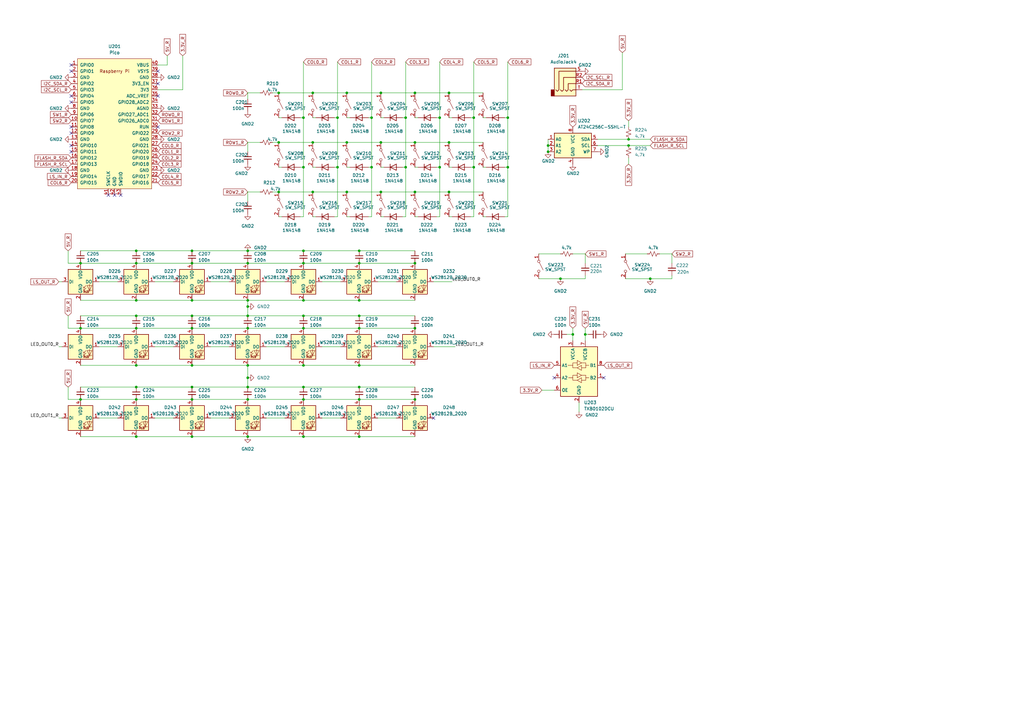
<source format=kicad_sch>
(kicad_sch (version 20230121) (generator eeschema)
  (paper "A3")
  (junction (at 124.46 163.83))
  (junction (at 55.88 134.62))
  (junction (at 138.43 68.58))
  (junction (at 234.95 137.16))
  (junction (at 101.6 129.54))
  (junction (at 180.34 48.26))
  (junction (at 147.32 134.62))
  (junction (at 101.6 107.95))
  (junction (at 138.43 48.26))
  (junction (at 170.18 134.62))
  (junction (at 78.74 123.19))
  (junction (at 124.46 123.19))
  (junction (at 124.46 107.95))
  (junction (at 194.31 68.58))
  (junction (at 114.3 38.1))
  (junction (at 101.6 102.87))
  (junction (at 166.37 68.58))
  (junction (at 101.6 154.94))
  (junction (at 147.32 123.19))
  (junction (at 170.18 107.95))
  (junction (at 124.46 48.26))
  (junction (at 78.74 149.86))
  (junction (at 55.88 129.54))
  (junction (at 124.46 134.62))
  (junction (at 128.27 78.74))
  (junction (at 229.87 114.3))
  (junction (at 114.3 58.42))
  (junction (at 124.46 149.86))
  (junction (at 124.46 179.07))
  (junction (at 166.37 48.26))
  (junction (at 78.74 107.95))
  (junction (at 156.21 58.42))
  (junction (at 78.74 102.87))
  (junction (at 124.46 102.87))
  (junction (at 257.81 57.15))
  (junction (at 101.6 125.73))
  (junction (at 78.74 179.07))
  (junction (at 78.74 129.54))
  (junction (at 55.88 158.75))
  (junction (at 33.02 107.95))
  (junction (at 147.32 102.87))
  (junction (at 224.79 62.23))
  (junction (at 142.24 58.42))
  (junction (at 170.18 58.42))
  (junction (at 101.6 163.83))
  (junction (at 55.88 163.83))
  (junction (at 55.88 149.86))
  (junction (at 78.74 163.83))
  (junction (at 257.81 59.69))
  (junction (at 147.32 129.54))
  (junction (at 170.18 38.1))
  (junction (at 208.28 68.58))
  (junction (at 240.03 137.16))
  (junction (at 170.18 163.83))
  (junction (at 156.21 78.74))
  (junction (at 55.88 179.07))
  (junction (at 55.88 123.19))
  (junction (at 33.02 163.83))
  (junction (at 124.46 158.75))
  (junction (at 124.46 129.54))
  (junction (at 147.32 107.95))
  (junction (at 55.88 102.87))
  (junction (at 224.79 59.69))
  (junction (at 152.4 68.58))
  (junction (at 101.6 149.86))
  (junction (at 55.88 107.95))
  (junction (at 147.32 158.75))
  (junction (at 128.27 58.42))
  (junction (at 142.24 38.1))
  (junction (at 101.6 179.07))
  (junction (at 147.32 149.86))
  (junction (at 152.4 48.26))
  (junction (at 170.18 78.74))
  (junction (at 101.6 134.62))
  (junction (at 194.31 48.26))
  (junction (at 147.32 163.83))
  (junction (at 266.7 114.3))
  (junction (at 124.46 68.58))
  (junction (at 142.24 78.74))
  (junction (at 114.3 78.74))
  (junction (at 184.15 78.74))
  (junction (at 128.27 38.1))
  (junction (at 78.74 158.75))
  (junction (at 180.34 68.58))
  (junction (at 101.6 158.75))
  (junction (at 101.6 123.19))
  (junction (at 184.15 38.1))
  (junction (at 147.32 179.07))
  (junction (at 33.02 134.62))
  (junction (at 78.74 134.62))
  (junction (at 184.15 58.42))
  (junction (at 208.28 48.26))
  (junction (at 156.21 38.1))
  (no_connect (at 29.21 39.37))
  (no_connect (at 29.21 62.23))
  (no_connect (at 29.21 59.69))
  (no_connect (at 49.53 80.01))
  (no_connect (at 44.45 80.01))
  (no_connect (at 29.21 41.91))
  (no_connect (at 29.21 52.07))
  (no_connect (at 64.77 34.29))
  (no_connect (at 177.8 171.45))
  (no_connect (at 247.65 154.94))
  (no_connect (at 64.77 39.37))
  (no_connect (at 64.77 29.21))
  (no_connect (at 227.33 154.94))
  (no_connect (at 29.21 29.21))
  (no_connect (at 46.99 80.01))
  (no_connect (at 29.21 54.61))
  (no_connect (at 64.77 52.07))
  (no_connect (at 29.21 26.67))
  (wire (pts (xy 240.03 113.03) (xy 240.03 114.3)))
  (wire (pts (xy 33.02 107.95) (xy 27.94 107.95)))
  (wire (pts (xy 166.37 48.26) (xy 166.37 68.58)))
  (wire (pts (xy 256.54 114.3) (xy 266.7 114.3)))
  (wire (pts (xy 128.27 48.26) (xy 129.54 48.26)))
  (wire (pts (xy 184.15 68.58) (xy 185.42 68.58)))
  (wire (pts (xy 147.32 107.95) (xy 170.18 107.95)))
  (wire (pts (xy 24.13 142.24) (xy 25.4 142.24)))
  (wire (pts (xy 165.1 68.58) (xy 166.37 68.58)))
  (wire (pts (xy 78.74 134.62) (xy 101.6 134.62)))
  (wire (pts (xy 156.21 38.1) (xy 170.18 38.1)))
  (wire (pts (xy 101.6 179.07) (xy 124.46 179.07)))
  (wire (pts (xy 78.74 102.87) (xy 101.6 102.87)))
  (wire (pts (xy 101.6 38.1) (xy 106.68 38.1)))
  (wire (pts (xy 124.46 163.83) (xy 147.32 163.83)))
  (wire (pts (xy 166.37 25.4) (xy 166.37 48.26)))
  (wire (pts (xy 165.1 48.26) (xy 166.37 48.26)))
  (wire (pts (xy 179.07 48.26) (xy 180.34 48.26)))
  (wire (pts (xy 142.24 38.1) (xy 156.21 38.1)))
  (wire (pts (xy 55.88 163.83) (xy 78.74 163.83)))
  (wire (pts (xy 86.36 142.24) (xy 93.98 142.24)))
  (wire (pts (xy 27.94 102.87) (xy 27.94 107.95)))
  (wire (pts (xy 194.31 68.58) (xy 194.31 88.9)))
  (wire (pts (xy 138.43 25.4) (xy 138.43 48.26)))
  (wire (pts (xy 101.6 123.19) (xy 124.46 123.19)))
  (wire (pts (xy 198.12 68.58) (xy 199.39 68.58)))
  (wire (pts (xy 33.02 163.83) (xy 27.94 163.83)))
  (wire (pts (xy 128.27 58.42) (xy 142.24 58.42)))
  (wire (pts (xy 111.76 38.1) (xy 114.3 38.1)))
  (wire (pts (xy 63.5 115.57) (xy 71.12 115.57)))
  (wire (pts (xy 74.93 22.86) (xy 74.93 36.83)))
  (wire (pts (xy 220.98 114.3) (xy 229.87 114.3)))
  (wire (pts (xy 33.02 102.87) (xy 55.88 102.87)))
  (wire (pts (xy 198.12 48.26) (xy 199.39 48.26)))
  (wire (pts (xy 240.03 104.14) (xy 240.03 107.95)))
  (wire (pts (xy 55.88 158.75) (xy 78.74 158.75)))
  (wire (pts (xy 124.46 129.54) (xy 147.32 129.54)))
  (wire (pts (xy 224.79 59.69) (xy 224.79 62.23)))
  (wire (pts (xy 245.11 57.15) (xy 257.81 57.15)))
  (wire (pts (xy 138.43 48.26) (xy 138.43 68.58)))
  (wire (pts (xy 184.15 78.74) (xy 198.12 78.74)))
  (wire (pts (xy 63.5 171.45) (xy 71.12 171.45)))
  (wire (pts (xy 232.41 137.16) (xy 234.95 137.16)))
  (wire (pts (xy 33.02 129.54) (xy 55.88 129.54)))
  (wire (pts (xy 132.08 115.57) (xy 139.7 115.57)))
  (wire (pts (xy 142.24 48.26) (xy 143.51 48.26)))
  (wire (pts (xy 33.02 134.62) (xy 27.94 134.62)))
  (wire (pts (xy 40.64 142.24) (xy 48.26 142.24)))
  (wire (pts (xy 101.6 38.1) (xy 101.6 40.64)))
  (wire (pts (xy 257.81 59.69) (xy 266.7 59.69)))
  (wire (pts (xy 55.88 179.07) (xy 78.74 179.07)))
  (wire (pts (xy 266.7 114.3) (xy 275.59 114.3)))
  (wire (pts (xy 78.74 158.75) (xy 101.6 158.75)))
  (wire (pts (xy 170.18 68.58) (xy 171.45 68.58)))
  (wire (pts (xy 184.15 38.1) (xy 198.12 38.1)))
  (wire (pts (xy 114.3 38.1) (xy 128.27 38.1)))
  (wire (pts (xy 156.21 68.58) (xy 157.48 68.58)))
  (wire (pts (xy 27.94 158.75) (xy 27.94 163.83)))
  (wire (pts (xy 193.04 48.26) (xy 194.31 48.26)))
  (wire (pts (xy 124.46 134.62) (xy 147.32 134.62)))
  (wire (pts (xy 128.27 88.9) (xy 129.54 88.9)))
  (wire (pts (xy 208.28 25.4) (xy 208.28 48.26)))
  (wire (pts (xy 257.81 57.15) (xy 266.7 57.15)))
  (wire (pts (xy 234.95 134.62) (xy 234.95 137.16)))
  (wire (pts (xy 240.03 134.62) (xy 240.03 137.16)))
  (wire (pts (xy 170.18 58.42) (xy 184.15 58.42)))
  (wire (pts (xy 124.46 88.9) (xy 123.19 88.9)))
  (wire (pts (xy 193.04 68.58) (xy 194.31 68.58)))
  (wire (pts (xy 101.6 102.87) (xy 124.46 102.87)))
  (wire (pts (xy 142.24 88.9) (xy 143.51 88.9)))
  (wire (pts (xy 193.04 88.9) (xy 194.31 88.9)))
  (wire (pts (xy 156.21 58.42) (xy 170.18 58.42)))
  (wire (pts (xy 180.34 68.58) (xy 180.34 88.9)))
  (wire (pts (xy 124.46 68.58) (xy 124.46 88.9)))
  (wire (pts (xy 86.36 171.45) (xy 93.98 171.45)))
  (wire (pts (xy 180.34 48.26) (xy 180.34 68.58)))
  (wire (pts (xy 147.32 163.83) (xy 170.18 163.83)))
  (wire (pts (xy 78.74 107.95) (xy 101.6 107.95)))
  (wire (pts (xy 255.27 21.59) (xy 255.27 36.83)))
  (wire (pts (xy 124.46 158.75) (xy 147.32 158.75)))
  (wire (pts (xy 147.32 158.75) (xy 170.18 158.75)))
  (wire (pts (xy 147.32 149.86) (xy 170.18 149.86)))
  (wire (pts (xy 166.37 68.58) (xy 166.37 88.9)))
  (wire (pts (xy 234.95 137.16) (xy 234.95 139.7)))
  (wire (pts (xy 64.77 36.83) (xy 74.93 36.83)))
  (wire (pts (xy 132.08 171.45) (xy 139.7 171.45)))
  (wire (pts (xy 123.19 68.58) (xy 124.46 68.58)))
  (wire (pts (xy 124.46 149.86) (xy 147.32 149.86)))
  (wire (pts (xy 170.18 48.26) (xy 171.45 48.26)))
  (wire (pts (xy 101.6 149.86) (xy 124.46 149.86)))
  (wire (pts (xy 124.46 48.26) (xy 124.46 68.58)))
  (wire (pts (xy 240.03 137.16) (xy 240.03 139.7)))
  (wire (pts (xy 170.18 78.74) (xy 184.15 78.74)))
  (wire (pts (xy 33.02 107.95) (xy 55.88 107.95)))
  (wire (pts (xy 137.16 48.26) (xy 138.43 48.26)))
  (wire (pts (xy 24.13 171.45) (xy 25.4 171.45)))
  (wire (pts (xy 257.81 67.31) (xy 257.81 64.77)))
  (wire (pts (xy 101.6 163.83) (xy 124.46 163.83)))
  (wire (pts (xy 101.6 158.75) (xy 124.46 158.75)))
  (wire (pts (xy 207.01 88.9) (xy 208.28 88.9)))
  (wire (pts (xy 152.4 68.58) (xy 152.4 88.9)))
  (wire (pts (xy 184.15 58.42) (xy 198.12 58.42)))
  (wire (pts (xy 142.24 58.42) (xy 156.21 58.42)))
  (wire (pts (xy 124.46 102.87) (xy 147.32 102.87)))
  (wire (pts (xy 156.21 78.74) (xy 170.18 78.74)))
  (wire (pts (xy 55.88 149.86) (xy 78.74 149.86)))
  (wire (pts (xy 170.18 38.1) (xy 184.15 38.1)))
  (wire (pts (xy 184.15 48.26) (xy 185.42 48.26)))
  (wire (pts (xy 275.59 104.14) (xy 275.59 107.95)))
  (wire (pts (xy 128.27 78.74) (xy 142.24 78.74)))
  (wire (pts (xy 109.22 115.57) (xy 116.84 115.57)))
  (wire (pts (xy 194.31 25.4) (xy 194.31 48.26)))
  (wire (pts (xy 124.46 123.19) (xy 147.32 123.19)))
  (wire (pts (xy 245.11 59.69) (xy 257.81 59.69)))
  (wire (pts (xy 101.6 58.42) (xy 106.68 58.42)))
  (wire (pts (xy 55.88 123.19) (xy 78.74 123.19)))
  (wire (pts (xy 40.64 171.45) (xy 48.26 171.45)))
  (wire (pts (xy 137.16 88.9) (xy 138.43 88.9)))
  (wire (pts (xy 109.22 171.45) (xy 116.84 171.45)))
  (wire (pts (xy 229.87 114.3) (xy 240.03 114.3)))
  (wire (pts (xy 179.07 88.9) (xy 180.34 88.9)))
  (wire (pts (xy 68.58 26.67) (xy 68.58 22.86)))
  (wire (pts (xy 177.8 115.57) (xy 185.42 115.57)))
  (wire (pts (xy 147.32 123.19) (xy 170.18 123.19)))
  (wire (pts (xy 27.94 129.54) (xy 27.94 134.62)))
  (wire (pts (xy 109.22 142.24) (xy 116.84 142.24)))
  (wire (pts (xy 33.02 163.83) (xy 55.88 163.83)))
  (wire (pts (xy 33.02 158.75) (xy 55.88 158.75)))
  (wire (pts (xy 142.24 68.58) (xy 143.51 68.58)))
  (wire (pts (xy 111.76 58.42) (xy 114.3 58.42)))
  (wire (pts (xy 147.32 134.62) (xy 170.18 134.62)))
  (wire (pts (xy 207.01 68.58) (xy 208.28 68.58)))
  (wire (pts (xy 63.5 142.24) (xy 71.12 142.24)))
  (wire (pts (xy 101.6 78.74) (xy 106.68 78.74)))
  (wire (pts (xy 33.02 123.19) (xy 55.88 123.19)))
  (wire (pts (xy 33.02 179.07) (xy 55.88 179.07)))
  (wire (pts (xy 180.34 25.4) (xy 180.34 48.26)))
  (wire (pts (xy 275.59 113.03) (xy 275.59 114.3)))
  (wire (pts (xy 101.6 154.94) (xy 101.6 158.75)))
  (wire (pts (xy 101.6 125.73) (xy 101.6 129.54)))
  (wire (pts (xy 101.6 78.74) (xy 101.6 82.55)))
  (wire (pts (xy 55.88 129.54) (xy 78.74 129.54)))
  (wire (pts (xy 101.6 134.62) (xy 124.46 134.62)))
  (wire (pts (xy 124.46 25.4) (xy 124.46 48.26)))
  (wire (pts (xy 124.46 179.07) (xy 147.32 179.07)))
  (wire (pts (xy 24.13 115.57) (xy 25.4 115.57)))
  (wire (pts (xy 78.74 123.19) (xy 101.6 123.19)))
  (wire (pts (xy 238.76 36.83) (xy 255.27 36.83)))
  (wire (pts (xy 114.3 48.26) (xy 115.57 48.26)))
  (wire (pts (xy 151.13 88.9) (xy 152.4 88.9)))
  (wire (pts (xy 114.3 58.42) (xy 128.27 58.42)))
  (wire (pts (xy 138.43 88.9) (xy 138.43 68.58)))
  (wire (pts (xy 170.18 88.9) (xy 171.45 88.9)))
  (wire (pts (xy 111.76 78.74) (xy 114.3 78.74)))
  (wire (pts (xy 257.81 49.53) (xy 257.81 52.07)))
  (wire (pts (xy 184.15 88.9) (xy 185.42 88.9)))
  (wire (pts (xy 55.88 107.95) (xy 78.74 107.95)))
  (wire (pts (xy 142.24 78.74) (xy 156.21 78.74)))
  (wire (pts (xy 270.51 104.14) (xy 275.59 104.14)))
  (wire (pts (xy 101.6 107.95) (xy 124.46 107.95)))
  (wire (pts (xy 64.77 26.67) (xy 68.58 26.67)))
  (wire (pts (xy 147.32 129.54) (xy 170.18 129.54)))
  (wire (pts (xy 198.12 88.9) (xy 199.39 88.9)))
  (wire (pts (xy 220.98 104.14) (xy 229.87 104.14)))
  (wire (pts (xy 78.74 129.54) (xy 101.6 129.54)))
  (wire (pts (xy 156.21 88.9) (xy 157.48 88.9)))
  (wire (pts (xy 33.02 134.62) (xy 55.88 134.62)))
  (wire (pts (xy 55.88 102.87) (xy 78.74 102.87)))
  (wire (pts (xy 101.6 149.86) (xy 101.6 154.94)))
  (wire (pts (xy 207.01 48.26) (xy 208.28 48.26)))
  (wire (pts (xy 132.08 142.24) (xy 139.7 142.24)))
  (wire (pts (xy 124.46 107.95) (xy 147.32 107.95)))
  (wire (pts (xy 154.94 142.24) (xy 162.56 142.24)))
  (wire (pts (xy 237.49 165.1) (xy 237.49 168.91)))
  (wire (pts (xy 128.27 68.58) (xy 129.54 68.58)))
  (wire (pts (xy 123.19 48.26) (xy 124.46 48.26)))
  (wire (pts (xy 194.31 48.26) (xy 194.31 68.58)))
  (wire (pts (xy 179.07 68.58) (xy 180.34 68.58)))
  (wire (pts (xy 152.4 48.26) (xy 152.4 68.58)))
  (wire (pts (xy 114.3 88.9) (xy 115.57 88.9)))
  (wire (pts (xy 240.03 137.16) (xy 241.3 137.16)))
  (wire (pts (xy 114.3 68.58) (xy 115.57 68.58)))
  (wire (pts (xy 151.13 68.58) (xy 152.4 68.58)))
  (wire (pts (xy 234.95 104.14) (xy 240.03 104.14)))
  (wire (pts (xy 208.28 68.58) (xy 208.28 88.9)))
  (wire (pts (xy 78.74 179.07) (xy 101.6 179.07)))
  (wire (pts (xy 154.94 115.57) (xy 162.56 115.57)))
  (wire (pts (xy 101.6 58.42) (xy 101.6 62.23)))
  (wire (pts (xy 177.8 142.24) (xy 186.69 142.24)))
  (wire (pts (xy 114.3 78.74) (xy 128.27 78.74)))
  (wire (pts (xy 40.64 115.57) (xy 48.26 115.57)))
  (wire (pts (xy 86.36 115.57) (xy 93.98 115.57)))
  (wire (pts (xy 101.6 123.19) (xy 101.6 125.73)))
  (wire (pts (xy 154.94 171.45) (xy 162.56 171.45)))
  (wire (pts (xy 224.79 57.15) (xy 224.79 59.69)))
  (wire (pts (xy 101.6 129.54) (xy 124.46 129.54)))
  (wire (pts (xy 33.02 149.86) (xy 55.88 149.86)))
  (wire (pts (xy 55.88 134.62) (xy 78.74 134.62)))
  (wire (pts (xy 208.28 48.26) (xy 208.28 68.58)))
  (wire (pts (xy 147.32 179.07) (xy 170.18 179.07)))
  (wire (pts (xy 78.74 149.86) (xy 101.6 149.86)))
  (wire (pts (xy 152.4 25.4) (xy 152.4 48.26)))
  (wire (pts (xy 222.25 160.02) (xy 227.33 160.02)))
  (wire (pts (xy 128.27 38.1) (xy 142.24 38.1)))
  (wire (pts (xy 165.1 88.9) (xy 166.37 88.9)))
  (wire (pts (xy 147.32 102.87) (xy 170.18 102.87)))
  (wire (pts (xy 256.54 104.14) (xy 265.43 104.14)))
  (wire (pts (xy 78.74 163.83) (xy 101.6 163.83)))
  (wire (pts (xy 138.43 68.58) (xy 137.16 68.58)))
  (wire (pts (xy 156.21 48.26) (xy 157.48 48.26)))
  (wire (pts (xy 151.13 48.26) (xy 152.4 48.26)))
  (label "LED_OUT1_R" (at 186.69 142.24 0))
  (label "LED_OUT0_R" (at 185.42 115.57 0))
  (label "LED_OUT0_R" (at 24.13 142.24 180))
  (label "LED_OUT1_R" (at 24.13 171.45 180))
  (global_label "COL3_R" (shape input) (at 166.37 25.4 0) (property "Intersheetrefs" "${INTERSHEET_REFS}" (effects hide)))
  (global_label "3.3V_R" (shape input) (at 222.25 160.02 180) (property "Intersheetrefs" "${INTERSHEET_REFS}" (effects hide)))
  (global_label "COL0_R" (shape input) (at 124.46 25.4 0) (property "Intersheetrefs" "${INTERSHEET_REFS}" (effects hide)))
  (global_label "3.3V_R" (shape input) (at 74.93 22.86 90) (property "Intersheetrefs" "${INTERSHEET_REFS}" (effects hide)))
  (global_label "I2C_SCL_R" (shape input) (at 238.76 31.75 0) (property "Intersheetrefs" "${INTERSHEET_REFS}" (effects hide)))
  (global_label "FLASH_R_SDA" (shape input) (at 29.21 64.77 180) (property "Intersheetrefs" "${INTERSHEET_REFS}" (effects hide)))
  (global_label "ROW0_R" (shape input) (at 101.6 38.1 180) (property "Intersheetrefs" "${INTERSHEET_REFS}" (effects hide)))
  (global_label "SW2_R" (shape input) (at 29.21 49.53 180) (property "Intersheetrefs" "${INTERSHEET_REFS}" (effects hide)))
  (global_label "LS_OUT_R" (shape input) (at 24.13 115.57 180) (property "Intersheetrefs" "${INTERSHEET_REFS}" (effects hide)))
  (global_label "I2C_SDA_R" (shape input) (at 29.21 34.29 180) (property "Intersheetrefs" "${INTERSHEET_REFS}" (effects hide)))
  (global_label "I2C_SDA_R" (shape input) (at 238.76 34.29 0) (property "Intersheetrefs" "${INTERSHEET_REFS}" (effects hide)))
  (global_label "LS_IN_R" (shape input) (at 29.21 72.39 180) (property "Intersheetrefs" "${INTERSHEET_REFS}" (effects hide)))
  (global_label "COL6_R" (shape input) (at 29.21 74.93 180) (property "Intersheetrefs" "${INTERSHEET_REFS}" (effects hide)))
  (global_label "3.3V_R" (shape input) (at 257.81 67.31 270) (property "Intersheetrefs" "${INTERSHEET_REFS}" (effects hide)))
  (global_label "COL5_R" (shape input) (at 194.31 25.4 0) (property "Intersheetrefs" "${INTERSHEET_REFS}" (effects hide)))
  (global_label "COL0_R" (shape input) (at 64.77 59.69 0) (property "Intersheetrefs" "${INTERSHEET_REFS}" (effects hide)))
  (global_label "COL5_R" (shape input) (at 64.77 74.93 0) (property "Intersheetrefs" "${INTERSHEET_REFS}" (effects hide)))
  (global_label "FLASH_R_SCL" (shape input) (at 29.21 67.31 180) (property "Intersheetrefs" "${INTERSHEET_REFS}" (effects hide)))
  (global_label "COL4_R" (shape input) (at 180.34 25.4 0) (property "Intersheetrefs" "${INTERSHEET_REFS}" (effects hide)))
  (global_label "3.3V_R" (shape input) (at 234.95 134.62 90) (property "Intersheetrefs" "${INTERSHEET_REFS}" (effects hide)))
  (global_label "LS_IN_R" (shape input) (at 227.33 149.86 180) (property "Intersheetrefs" "${INTERSHEET_REFS}" (effects hide)))
  (global_label "5V_R" (shape input) (at 27.94 158.75 90) (property "Intersheetrefs" "${INTERSHEET_REFS}" (effects hide)))
  (global_label "5V_R" (shape input) (at 255.27 21.59 90) (property "Intersheetrefs" "${INTERSHEET_REFS}" (effects hide)))
  (global_label "ROW1_R" (shape input) (at 101.6 58.42 180) (property "Intersheetrefs" "${INTERSHEET_REFS}" (effects hide)))
  (global_label "5V_R" (shape input) (at 27.94 129.54 90) (property "Intersheetrefs" "${INTERSHEET_REFS}" (effects hide)))
  (global_label "COL1_R" (shape input) (at 138.43 25.4 0) (property "Intersheetrefs" "${INTERSHEET_REFS}" (effects hide)))
  (global_label "FLASH_R_SDA" (shape input) (at 266.7 57.15 0) (property "Intersheetrefs" "${INTERSHEET_REFS}" (effects hide)))
  (global_label "3.3V_R" (shape input) (at 257.81 49.53 90) (property "Intersheetrefs" "${INTERSHEET_REFS}" (effects hide)))
  (global_label "ROW1_R" (shape input) (at 64.77 49.53 0) (property "Intersheetrefs" "${INTERSHEET_REFS}" (effects hide)))
  (global_label "3.3V_R" (shape input) (at 234.95 52.07 90) (property "Intersheetrefs" "${INTERSHEET_REFS}" (effects hide)))
  (global_label "COL3_R" (shape input) (at 64.77 67.31 0) (property "Intersheetrefs" "${INTERSHEET_REFS}" (effects hide)))
  (global_label "SW1_R" (shape input) (at 240.03 104.14 0) (property "Intersheetrefs" "${INTERSHEET_REFS}" (effects hide)))
  (global_label "COL6_R" (shape input) (at 208.28 25.4 0) (property "Intersheetrefs" "${INTERSHEET_REFS}" (effects hide)))
  (global_label "5V_R" (shape input) (at 68.58 22.86 90) (property "Intersheetrefs" "${INTERSHEET_REFS}" (effects hide)))
  (global_label "COL4_R" (shape input) (at 64.77 72.39 0) (property "Intersheetrefs" "${INTERSHEET_REFS}" (effects hide)))
  (global_label "ROW2_R" (shape input) (at 101.6 78.74 180) (property "Intersheetrefs" "${INTERSHEET_REFS}" (effects hide)))
  (global_label "ROW0_R" (shape input) (at 64.77 46.99 0) (property "Intersheetrefs" "${INTERSHEET_REFS}" (effects hide)))
  (global_label "FLASH_R_SCL" (shape input) (at 266.7 59.69 0) (property "Intersheetrefs" "${INTERSHEET_REFS}" (effects hide)))
  (global_label "LS_OUT_R" (shape input) (at 247.65 149.86 0) (property "Intersheetrefs" "${INTERSHEET_REFS}" (effects hide)))
  (global_label "5V_R" (shape input) (at 27.94 102.87 90) (property "Intersheetrefs" "${INTERSHEET_REFS}" (effects hide)))
  (global_label "5V_R" (shape input) (at 240.03 134.62 90) (property "Intersheetrefs" "${INTERSHEET_REFS}" (effects hide)))
  (global_label "SW2_R" (shape input) (at 275.59 104.14 0) (property "Intersheetrefs" "${INTERSHEET_REFS}" (effects hide)))
  (global_label "COL2_R" (shape input) (at 64.77 64.77 0) (property "Intersheetrefs" "${INTERSHEET_REFS}" (effects hide)))
  (global_label "COL2_R" (shape input) (at 152.4 25.4 0) (property "Intersheetrefs" "${INTERSHEET_REFS}" (effects hide)))
  (global_label "ROW2_R" (shape input) (at 64.77 54.61 0) (property "Intersheetrefs" "${INTERSHEET_REFS}" (effects hide)))
  (global_label "COL1_R" (shape input) (at 64.77 62.23 0) (property "Intersheetrefs" "${INTERSHEET_REFS}" (effects hide)))
  (global_label "I2C_SCL_R" (shape input) (at 29.21 36.83 180) (property "Intersheetrefs" "${INTERSHEET_REFS}" (effects hide)))
  (global_label "SW1_R" (shape input) (at 29.21 46.99 180) (property "Intersheetrefs" "${INTERSHEET_REFS}" (effects hide)))
  (symbol (lib_id "Device:R_Small_US") (at 109.22 58.42 270) (unit 1)
    (property "Reference" "R211" (effects hide))
    (property "Value" "4.7k" (at 111.76 57.15 90))
    (property "Footprint" "Resistor_SMD:R_0402_1005Metric" (effects hide))
    (property "JLCPCB Part #" "C25900" (effects hide))
    (property "LCSC Part #" "C25900" (effects hide))
    (property "LCSC Part" "C25900" (effects hide))
  )
  (symbol (lib_id "Pi_Pico:Pico") (at 46.99 50.8 0) (unit 1)
    (property "Reference" "U201" (at 46.99 19.05 0))
    (property "Value" "Pico" (at 46.99 21.59 0))
    (property "Footprint" "MCU_RaspberryPi_and_Boards:RPi_Pico_SMD_TH" (effects hide))
  )
  (symbol (lib_id "Device:C_Small") (at 78.74 132.08 0) (unit 1)
    (property "Reference" "C216" (at 81.28 130.8162 0) (effects (justify left)))
    (property "Value" "100n" (at 81.28 133.3562 0) (effects (justify left)))
    (property "Footprint" "Capacitor_SMD:C_0402_1005Metric" (effects hide))
    (property "JLCPCB Part #" "C1525" (effects hide))
    (property "LCSC Part #" "C1525" (effects hide))
    (property "LCSC Part" "C1525" (effects hide))
  )
  (symbol (lib_id "Device:C_Small") (at 33.02 161.29 0) (unit 1)
    (property "Reference" "C223" (at 35.56 160.0262 0) (effects (justify left)))
    (property "Value" "100n" (at 35.56 162.5662 0) (effects (justify left)))
    (property "Footprint" "Capacitor_SMD:C_0402_1005Metric" (effects hide))
    (property "JLCPCB Part #" "C1525" (effects hide))
    (property "LCSC Part #" "C1525" (effects hide))
    (property "LCSC Part" "C1525" (effects hide))
  )
  (symbol (lib_id "power:GND2") (at 234.95 67.31 0) (unit 1)
    (property "Reference" "#PWR0147" (effects hide))
    (property "Value" "GND2" (at 232.41 71.12 0) (effects (justify left)))
  )
  (symbol (lib_id "Diode:1N4148") (at 203.2 88.9 0) (unit 1)
    (property "Reference" "D224" (at 202.965 92.2062 0))
    (property "Value" "1N4148" (at 203.3873 94.4867 0))
    (property "Footprint" "Diode_SMD:D_SOD-323" (effects hide))
    (property "Datasheet" "https://assets.nexperia.com/documents/data-sheet/1N4148_1N4448.pdf" (effects hide))
    (property "JLCPCB Part #" "C2128" (effects hide))
    (property "LCSC Part #" "C2128" (effects hide))
    (property "LCSC Part" "C2128" (effects hide))
  )
  (symbol (lib_id "power:GND2") (at 29.21 31.75 270) (unit 1)
    (property "Reference" "#PWR0137" (effects hide))
    (property "Value" "GND2" (at 20.32 31.75 90) (effects (justify left)))
  )
  (symbol (lib_id "Device:C_Small") (at 101.6 64.77 0) (unit 1)
    (property "Reference" "C202" (at 96.52 63.5 0) (effects (justify left)))
    (property "Value" "100n" (at 95.25 66.04 0) (effects (justify left)))
    (property "Footprint" "Capacitor_SMD:C_0402_1005Metric" (effects hide))
    (property "JLCPCB Part #" "C1525" (effects hide))
    (property "LCSC Part #" "C1525" (effects hide))
    (property "LCSC Part" "C1525" (effects hide))
  )
  (symbol (lib_id "Device:R_Small_US") (at 232.41 104.14 270) (unit 1)
    (property "Reference" "R222" (effects hide))
    (property "Value" "4.7k" (at 232.41 101.6 90))
    (property "Footprint" "Resistor_SMD:R_0402_1005Metric" (effects hide))
    (property "JLCPCB Part #" "C25900" (effects hide))
    (property "LCSC Part #" "C25900" (effects hide))
    (property "LCSC Part" "C25900" (effects hide))
  )
  (symbol (lib_id "Switch:SW_SPST") (at 198.12 43.18 270) (unit 1)
    (property "Reference" "SW207" (at 201.7794 42.6133 90) (effects (justify left)))
    (property "Value" "SW_SPST" (at 200.66 44.4499 90) (effects (justify left)))
    (property "Footprint" "keyswitches:SW_PG1350" (effects hide))
  )
  (symbol (lib_id "Diode:1N4148") (at 189.23 88.9 0) (unit 1)
    (property "Reference" "D223" (at 188.995 92.2062 0))
    (property "Value" "1N4148" (at 189.4173 94.4867 0))
    (property "Footprint" "Diode_SMD:D_SOD-323" (effects hide))
    (property "Datasheet" "https://assets.nexperia.com/documents/data-sheet/1N4148_1N4448.pdf" (effects hide))
    (property "JLCPCB Part #" "C2128" (effects hide))
    (property "LCSC Part #" "C2128" (effects hide))
    (property "LCSC Part" "C2128" (effects hide))
  )
  (symbol (lib_name "WS2812B_2020_7") (lib_id "Custom:WS2812B_2020") (at 55.88 171.45 0) (unit 1)
    (property "Reference" "D243" (at 69.85 167.1193 0))
    (property "Value" "WS2812B_2020" (at 69.85 169.6593 0))
    (property "Footprint" "LED_SMD:LED_WS2812B-2020_PLCC4_2.0x2.0mm" (effects hide))
    (property "Datasheet" "https://cdn-shop.adafruit.com/datasheets/WS2812B.pdf" (effects hide))
    (property "JLCPCB Part #" "C965555" (effects hide))
    (property "LCSC Part" "C965555" (effects hide))
    (property "LCSC Part #" "C965555" (effects hide))
  )
  (symbol (lib_id "Diode:1N4148") (at 147.32 68.58 0) (unit 1)
    (property "Reference" "D212" (at 147.085 71.8862 0))
    (property "Value" "1N4148" (at 147.5073 74.1667 0))
    (property "Footprint" "Diode_SMD:D_SOD-323" (effects hide))
    (property "Datasheet" "https://assets.nexperia.com/documents/data-sheet/1N4148_1N4448.pdf" (effects hide))
    (property "JLCPCB Part #" "C2128" (effects hide))
    (property "LCSC Part #" "C2128" (effects hide))
    (property "LCSC Part" "C2128" (effects hide))
  )
  (symbol (lib_id "Device:C_Small") (at 275.59 110.49 180) (unit 1)
    (property "Reference" "C222" (at 282.4074 108.8903 0) (effects (justify left)))
    (property "Value" "220n" (at 282.7052 111.57 0) (effects (justify left)))
    (property "Footprint" "Capacitor_SMD:C_0402_1005Metric" (effects hide))
    (property "JLCPCB Part #" "C16772" (effects hide))
    (property "LCSC Part #" "C16772" (effects hide))
    (property "LCSC Part" "C16772" (effects hide))
  )
  (symbol (lib_id "power:GND2") (at 64.77 69.85 90) (unit 1)
    (property "Reference" "#PWR0134" (effects hide))
    (property "Value" "GND2" (at 68.58 69.8499 90) (effects (justify right)))
  )
  (symbol (lib_id "Custom:WS2812B_2020") (at 124.46 171.45 0) (unit 1)
    (property "Reference" "D246" (at 138.43 167.1193 0))
    (property "Value" "WS2812B_2020" (at 138.43 169.6593 0))
    (property "Footprint" "LED_SMD:LED_WS2812B-2020_PLCC4_2.0x2.0mm" (effects hide))
    (property "Datasheet" "https://cdn-shop.adafruit.com/datasheets/WS2812B.pdf" (effects hide))
    (property "JLCPCB Part #" "C965555" (effects hide))
    (property "LCSC Part" "C965555" (effects hide))
    (property "LCSC Part #" "C965555" (effects hide))
  )
  (symbol (lib_id "Diode:1N4148") (at 147.32 48.26 0) (unit 1)
    (property "Reference" "D204" (at 147.085 51.5662 0))
    (property "Value" "1N4148" (at 147.5073 53.8467 0))
    (property "Footprint" "Diode_SMD:D_SOD-323" (effects hide))
    (property "Datasheet" "https://assets.nexperia.com/documents/data-sheet/1N4148_1N4448.pdf" (effects hide))
    (property "JLCPCB Part #" "C2128" (effects hide))
    (property "LCSC Part #" "C2128" (effects hide))
    (property "LCSC Part" "C2128" (effects hide))
  )
  (symbol (lib_id "Custom:WS2812B_2020") (at 55.88 115.57 0) (unit 1)
    (property "Reference" "D227" (at 69.85 111.2393 0))
    (property "Value" "WS2812B_2020" (at 69.85 113.7793 0))
    (property "Footprint" "LED_SMD:LED_WS2812B-2020_PLCC4_2.0x2.0mm" (effects hide))
    (property "Datasheet" "https://cdn-shop.adafruit.com/datasheets/WS2812B.pdf" (effects hide))
    (property "JLCPCB Part #" "C965555" (effects hide))
    (property "LCSC Part" "C965555" (effects hide))
    (property "LCSC Part #" "C965555" (effects hide))
  )
  (symbol (lib_id "Switch:SW_SPST") (at 184.15 43.18 270) (unit 1)
    (property "Reference" "SW206" (at 187.8094 42.6133 90) (effects (justify left)))
    (property "Value" "SW_SPST" (at 186.69 44.4499 90) (effects (justify left)))
    (property "Footprint" "keyswitches:SW_PG1350" (effects hide))
  )
  (symbol (lib_id "Switch:SW_SPST") (at 142.24 43.18 270) (unit 1)
    (property "Reference" "SW203" (at 145.8994 42.6133 90) (effects (justify left)))
    (property "Value" "SW_SPST" (at 144.78 44.4499 90) (effects (justify left)))
    (property "Footprint" "keyswitches:SW_PG1350" (effects hide))
  )
  (symbol (lib_name "WS2812B_2020_6") (lib_id "Custom:WS2812B_2020") (at 33.02 171.45 0) (unit 1)
    (property "Reference" "D242" (at 46.99 167.1193 0))
    (property "Value" "WS2812B_2020" (at 46.99 169.6593 0))
    (property "Footprint" "LED_SMD:LED_WS2812B-2020_PLCC4_2.0x2.0mm" (effects hide))
    (property "Datasheet" "https://cdn-shop.adafruit.com/datasheets/WS2812B.pdf" (effects hide))
    (property "JLCPCB Part #" "C965555" (effects hide))
    (property "LCSC Part" "C965555" (effects hide))
    (property "LCSC Part #" "C965555" (effects hide))
  )
  (symbol (lib_id "Device:C_Small") (at 124.46 132.08 0) (unit 1)
    (property "Reference" "C218" (at 127 130.8162 0) (effects (justify left)))
    (property "Value" "100n" (at 127 133.3562 0) (effects (justify left)))
    (property "Footprint" "Capacitor_SMD:C_0402_1005Metric" (effects hide))
    (property "JLCPCB Part #" "C1525" (effects hide))
    (property "LCSC Part #" "C1525" (effects hide))
    (property "LCSC Part" "C1525" (effects hide))
  )
  (symbol (lib_id "Diode:1N4148") (at 203.2 68.58 0) (unit 1)
    (property "Reference" "D216" (at 202.965 71.8862 0))
    (property "Value" "1N4148" (at 203.3873 74.1667 0))
    (property "Footprint" "Diode_SMD:D_SOD-323" (effects hide))
    (property "Datasheet" "https://assets.nexperia.com/documents/data-sheet/1N4148_1N4448.pdf" (effects hide))
    (property "JLCPCB Part #" "C2128" (effects hide))
    (property "LCSC Part #" "C2128" (effects hide))
    (property "LCSC Part" "C2128" (effects hide))
  )
  (symbol (lib_id "Custom:WS2812B_2020") (at 78.74 115.57 0) (unit 1)
    (property "Reference" "D228" (at 92.71 111.2393 0))
    (property "Value" "WS2812B_2020" (at 92.71 113.7793 0))
    (property "Footprint" "LED_SMD:LED_WS2812B-2020_PLCC4_2.0x2.0mm" (effects hide))
    (property "Datasheet" "https://cdn-shop.adafruit.com/datasheets/WS2812B.pdf" (effects hide))
    (property "JLCPCB Part #" "C965555" (effects hide))
    (property "LCSC Part" "C965555" (effects hide))
    (property "LCSC Part #" "C965555" (effects hide))
  )
  (symbol (lib_id "power:GND2") (at 101.6 45.72 0) (unit 1)
    (property "Reference" "#PWR0141" (effects hide))
    (property "Value" "GND2" (at 101.6 50.8 0))
  )
  (symbol (lib_id "power:GND2") (at 101.6 67.31 0) (unit 1)
    (property "Reference" "#PWR0132" (effects hide))
    (property "Value" "GND2" (at 99.06 71.12 0))
  )
  (symbol (lib_id "Device:C_Small") (at 124.46 161.29 0) (unit 1)
    (property "Reference" "C227" (at 127 160.0262 0) (effects (justify left)))
    (property "Value" "100n" (at 127 162.5662 0) (effects (justify left)))
    (property "Footprint" "Capacitor_SMD:C_0402_1005Metric" (effects hide))
    (property "JLCPCB Part #" "C1525" (effects hide))
    (property "LCSC Part #" "C1525" (effects hide))
    (property "LCSC Part" "C1525" (effects hide))
  )
  (symbol (lib_id "power:GND2") (at 227.33 137.16 270) (unit 1)
    (property "Reference" "#PWR0153" (effects hide))
    (property "Value" "GND2" (at 218.44 137.16 90) (effects (justify left)))
  )
  (symbol (lib_id "power:GND2") (at 29.21 44.45 270) (unit 1)
    (property "Reference" "#PWR0138" (effects hide))
    (property "Value" "GND2" (at 20.32 44.45 90) (effects (justify left)))
  )
  (symbol (lib_id "Device:R_Small_US") (at 109.22 78.74 270) (unit 1)
    (property "Reference" "R212" (at 110.49 74.93 90))
    (property "Value" "4.7k" (at 113.03 77.47 90))
    (property "Footprint" "Resistor_SMD:R_0402_1005Metric" (effects hide))
    (property "JLCPCB Part #" "C25900" (effects hide))
    (property "LCSC Part #" "C25900" (effects hide))
    (property "LCSC Part" "C25900" (effects hide))
  )
  (symbol (lib_id "Switch:SW_SPST") (at 114.3 63.5 270) (unit 1)
    (property "Reference" "SW208" (at 117.9594 62.9333 90) (effects (justify left)))
    (property "Value" "SW_SPST" (at 116.84 64.7699 90) (effects (justify left)))
    (property "Footprint" "keyswitches:SW_PG1350" (effects hide))
  )
  (symbol (lib_id "Device:C_Small") (at 240.03 110.49 180) (unit 1)
    (property "Reference" "C221" (at 247.1245 109.0391 0) (effects (justify left)))
    (property "Value" "220n" (at 246.9757 111.2722 0) (effects (justify left)))
    (property "Footprint" "Capacitor_SMD:C_0402_1005Metric" (effects hide))
    (property "JLCPCB Part #" "C16772" (effects hide))
    (property "LCSC Part #" "C16772" (effects hide))
    (property "LCSC Part" "C16772" (effects hide))
  )
  (symbol (lib_id "power:GND2") (at 266.7 114.3 0) (unit 1)
    (property "Reference" "#PWR0127" (effects hide))
    (property "Value" "GND2" (at 266.7 119.38 0))
  )
  (symbol (lib_id "Connector:AudioJack4") (at 233.68 31.75 0) (unit 1)
    (property "Reference" "J201" (at 231.14 22.86 0))
    (property "Value" "AudioJack4" (at 231.14 25.4 0))
    (property "Footprint" "Connector_Audio:Jack_3.5mm_PJ320D_Horizontal" (effects hide))
    (property "JLCPCB Part #" "C431535" (effects hide))
    (property "LCSC Part #" "C431535" (effects hide))
    (property "LCSC Part" "C431535" (effects hide))
  )
  (symbol (lib_id "Device:C_Small") (at 101.6 43.18 0) (unit 1)
    (property "Reference" "C201" (at 96.52 41.91 0) (effects (justify left)))
    (property "Value" "100n" (at 95.25 44.45 0) (effects (justify left)))
    (property "Footprint" "Capacitor_SMD:C_0402_1005Metric" (effects hide))
    (property "JLCPCB Part #" "C1525" (effects hide))
    (property "LCSC Part #" "C1525" (effects hide))
    (property "LCSC Part" "C1525" (effects hide))
  )
  (symbol (lib_id "Switch:SW_SPST") (at 142.24 63.5 270) (unit 1)
    (property "Reference" "SW210" (at 145.8994 62.9333 90) (effects (justify left)))
    (property "Value" "SW_SPST" (at 144.78 64.7699 90) (effects (justify left)))
    (property "Footprint" "keyswitches:SW_PG1350" (effects hide))
  )
  (symbol (lib_id "Device:C_Small") (at 55.88 105.41 0) (unit 1)
    (property "Reference" "C206" (at 58.42 104.1462 0) (effects (justify left)))
    (property "Value" "100n" (at 58.42 106.6862 0) (effects (justify left)))
    (property "Footprint" "Capacitor_SMD:C_0402_1005Metric" (effects hide))
    (property "JLCPCB Part #" "C1525" (effects hide))
    (property "LCSC Part #" "C1525" (effects hide))
    (property "LCSC Part" "C1525" (effects hide))
  )
  (symbol (lib_id "Custom:WS2812B_2020") (at 78.74 142.24 0) (unit 1)
    (property "Reference" "D237" (at 92.71 137.9093 0))
    (property "Value" "WS2812B_2020" (at 92.71 140.4493 0))
    (property "Footprint" "LED_SMD:LED_WS2812B-2020_PLCC4_2.0x2.0mm" (effects hide))
    (property "Datasheet" "https://cdn-shop.adafruit.com/datasheets/WS2812B.pdf" (effects hide))
    (property "JLCPCB Part #" "C965555" (effects hide))
    (property "LCSC Part" "C965555" (effects hide))
    (property "LCSC Part #" "C965555" (effects hide))
  )
  (symbol (lib_id "Device:C_Small") (at 170.18 161.29 0) (unit 1)
    (property "Reference" "C229" (at 172.72 160.0262 0) (effects (justify left)))
    (property "Value" "100n" (at 172.72 162.5662 0) (effects (justify left)))
    (property "Footprint" "Capacitor_SMD:C_0402_1005Metric" (effects hide))
    (property "JLCPCB Part #" "C1525" (effects hide))
    (property "LCSC Part #" "C1525" (effects hide))
    (property "LCSC Part" "C1525" (effects hide))
  )
  (symbol (lib_id "Switch:SW_SPST") (at 220.98 109.22 270) (unit 1)
    (property "Reference" "SW223" (at 224.6394 108.6533 90) (effects (justify left)))
    (property "Value" "SW_SPST" (at 223.52 110.4899 90) (effects (justify left)))
    (property "Footprint" "Button_Switch_THT:SW_PUSH-12mm" (effects hide))
    (property "JLCPCB Part #" "C93155" (effects hide))
    (property "LCSC Part" "C93155" (effects hide))
    (property "LCSC Part #" "C93155" (effects hide))
  )
  (symbol (lib_id "Device:R_Small_US") (at 267.97 104.14 270) (unit 1)
    (property "Reference" "R223" (effects hide))
    (property "Value" "4.7k" (at 267.97 101.6 90))
    (property "Footprint" "Resistor_SMD:R_0402_1005Metric" (effects hide))
    (property "JLCPCB Part #" "C25900" (effects hide))
    (property "LCSC Part #" "C25900" (effects hide))
    (property "LCSC Part" "C25900" (effects hide))
  )
  (symbol (lib_id "Device:R_Small_US") (at 257.81 62.23 0) (unit 1)
    (property "Reference" "R225" (at 260.35 60.9599 0) (effects (justify left)))
    (property "Value" "4.7k" (at 260.35 63.4999 0) (effects (justify left)))
    (property "Footprint" "Resistor_SMD:R_0402_1005Metric" (effects hide))
    (property "JLCPCB Part #" "C25900" (effects hide))
    (property "LCSC Part #" "C25900" (effects hide))
    (property "LCSC Part" "C25900" (effects hide))
  )
  (symbol (lib_id "Switch:SW_SPST") (at 142.24 83.82 270) (unit 1)
    (property "Reference" "SW217" (at 145.8994 83.2533 90) (effects (justify left)))
    (property "Value" "SW_SPST" (at 144.78 85.0899 90) (effects (justify left)))
    (property "Footprint" "keyswitches:SW_PG1350" (effects hide))
  )
  (symbol (lib_id "Device:C_Small") (at 101.6 85.09 0) (unit 1)
    (property "Reference" "C203" (at 96.52 83.82 0) (effects (justify left)))
    (property "Value" "100n" (at 95.25 86.36 0) (effects (justify left)))
    (property "Footprint" "Capacitor_SMD:C_0402_1005Metric" (effects hide))
    (property "JLCPCB Part #" "C1525" (effects hide))
    (property "LCSC Part #" "C1525" (effects hide))
    (property "LCSC Part" "C1525" (effects hide))
  )
  (symbol (lib_id "Custom:WS2812B_2020") (at 147.32 142.24 0) (unit 1)
    (property "Reference" "D240" (at 161.29 137.9093 0))
    (property "Value" "WS2812B_2020" (at 161.29 140.4493 0))
    (property "Footprint" "LED_SMD:LED_WS2812B-2020_PLCC4_2.0x2.0mm" (effects hide))
    (property "Datasheet" "https://cdn-shop.adafruit.com/datasheets/WS2812B.pdf" (effects hide))
    (property "JLCPCB Part #" "C965555" (effects hide))
    (property "LCSC Part" "C965555" (effects hide))
    (property "LCSC Part #" "C965555" (effects hide))
  )
  (symbol (lib_id "power:GND2") (at 224.79 62.23 0) (unit 1)
    (property "Reference" "#PWR0143" (effects hide))
    (property "Value" "GND2" (at 222.25 66.04 0) (effects (justify left)))
  )
  (symbol (lib_id "Switch:SW_SPST") (at 170.18 63.5 270) (unit 1)
    (property "Reference" "SW212" (at 173.8394 62.9333 90) (effects (justify left)))
    (property "Value" "SW_SPST" (at 172.72 64.7699 90) (effects (justify left)))
    (property "Footprint" "keyswitches:SW_PG1350" (effects hide))
  )
  (symbol (lib_id "Switch:SW_SPST") (at 170.18 43.18 270) (unit 1)
    (property "Reference" "SW205" (at 173.8394 42.6133 90) (effects (justify left)))
    (property "Value" "SW_SPST" (at 172.72 44.4499 90) (effects (justify left)))
    (property "Footprint" "keyswitches:SW_PG1350" (effects hide))
  )
  (symbol (lib_id "Switch:SW_SPST") (at 184.15 63.5 270) (unit 1)
    (property "Reference" "SW213" (at 187.8094 62.9333 90) (effects (justify left)))
    (property "Value" "SW_SPST" (at 186.69 64.7699 90) (effects (justify left)))
    (property "Footprint" "keyswitches:SW_PG1350" (effects hide))
  )
  (symbol (lib_id "Switch:SW_SPST") (at 156.21 83.82 270) (unit 1)
    (property "Reference" "SW218" (at 159.8694 83.2533 90) (effects (justify left)))
    (property "Value" "SW_SPST" (at 158.75 85.0899 90) (effects (justify left)))
    (property "Footprint" "keyswitches:SW_PG1350" (effects hide))
  )
  (symbol (lib_id "Device:C_Small") (at 147.32 161.29 0) (unit 1)
    (property "Reference" "C228" (at 149.86 160.0262 0) (effects (justify left)))
    (property "Value" "100n" (at 149.86 162.5662 0) (effects (justify left)))
    (property "Footprint" "Capacitor_SMD:C_0402_1005Metric" (effects hide))
    (property "JLCPCB Part #" "C1525" (effects hide))
    (property "LCSC Part #" "C1525" (effects hide))
    (property "LCSC Part" "C1525" (effects hide))
  )
  (symbol (lib_id "Switch:SW_SPST") (at 128.27 43.18 270) (unit 1)
    (property "Reference" "SW202" (at 131.9294 42.6133 90) (effects (justify left)))
    (property "Value" "SW_SPST" (at 130.81 44.4499 90) (effects (justify left)))
    (property "Footprint" "keyswitches:SW_PG1350" (effects hide))
  )
  (symbol (lib_id "power:GND2") (at 101.6 125.73 90) (unit 1)
    (property "Reference" "#PWR0144" (effects hide))
    (property "Value" "GND2" (at 105.41 125.7299 90) (effects (justify right)))
  )
  (symbol (lib_id "Switch:SW_SPST") (at 156.21 63.5 270) (unit 1)
    (property "Reference" "SW211" (at 159.8694 62.9333 90) (effects (justify left)))
    (property "Value" "SW_SPST" (at 158.75 64.7699 90) (effects (justify left)))
    (property "Footprint" "keyswitches:SW_PG1350" (effects hide))
  )
  (symbol (lib_id "Device:C_Small") (at 243.84 137.16 90) (unit 1)
    (property "Reference" "C231" (at 243.8463 130.81 90))
    (property "Value" "100n" (at 243.8463 133.35 90))
    (property "Footprint" "Capacitor_SMD:C_0402_1005Metric" (effects hide))
    (property "JLCPCB Part #" "C1525" (effects hide))
    (property "LCSC Part #" "C1525" (effects hide))
    (property "LCSC Part" "C1525" (effects hide))
  )
  (symbol (lib_id "Custom:WS2812B_2020") (at 78.74 171.45 0) (unit 1)
    (property "Reference" "D244" (at 92.71 167.1193 0))
    (property "Value" "WS2812B_2020" (at 92.71 169.6593 0))
    (property "Footprint" "LED_SMD:LED_WS2812B-2020_PLCC4_2.0x2.0mm" (effects hide))
    (property "Datasheet" "https://cdn-shop.adafruit.com/datasheets/WS2812B.pdf" (effects hide))
    (property "JLCPCB Part #" "C965555" (effects hide))
    (property "LCSC Part" "C965555" (effects hide))
    (property "LCSC Part #" "C965555" (effects hide))
  )
  (symbol (lib_id "Device:C_Small") (at 124.46 105.41 0) (unit 1)
    (property "Reference" "C209" (at 127 104.1462 0) (effects (justify left)))
    (property "Value" "100n" (at 127 106.6862 0) (effects (justify left)))
    (property "Footprint" "Capacitor_SMD:C_0402_1005Metric" (effects hide))
    (property "JLCPCB Part #" "C1525" (effects hide))
    (property "LCSC Part #" "C1525" (effects hide))
    (property "LCSC Part" "C1525" (effects hide))
  )
  (symbol (lib_id "Custom:WS2812B_2020") (at 147.32 115.57 0) (unit 1)
    (property "Reference" "D231" (at 161.29 111.2393 0))
    (property "Value" "WS2812B_2020" (at 161.29 113.7793 0))
    (property "Footprint" "LED_SMD:LED_WS2812B-2020_PLCC4_2.0x2.0mm" (effects hide))
    (property "Datasheet" "https://cdn-shop.adafruit.com/datasheets/WS2812B.pdf" (effects hide))
    (property "JLCPCB Part #" "C965555" (effects hide))
    (property "LCSC Part" "C965555" (effects hide))
    (property "LCSC Part #" "C965555" (effects hide))
  )
  (symbol (lib_id "power:GND2") (at 237.49 168.91 0) (unit 1)
    (property "Reference" "#PWR0154" (effects hide))
    (property "Value" "GND2" (at 240.03 170.1799 0) (effects (justify left)))
  )
  (symbol (lib_id "Device:C_Small") (at 229.87 137.16 90) (unit 1)
    (property "Reference" "C230" (at 229.8763 130.81 90))
    (property "Value" "100n" (at 229.8763 133.35 90))
    (property "Footprint" "Capacitor_SMD:C_0402_1005Metric" (effects hide))
    (property "JLCPCB Part #" "C1525" (effects hide))
    (property "LCSC Part #" "C1525" (effects hide))
    (property "LCSC Part" "C1525" (effects hide))
  )
  (symbol (lib_id "Diode:1N4148") (at 161.29 68.58 0) (unit 1)
    (property "Reference" "D213" (at 161.055 71.8862 0))
    (property "Value" "1N4148" (at 161.4773 74.1667 0))
    (property "Footprint" "Diode_SMD:D_SOD-323" (effects hide))
    (property "Datasheet" "https://assets.nexperia.com/documents/data-sheet/1N4148_1N4448.pdf" (effects hide))
    (property "JLCPCB Part #" "C2128" (effects hide))
    (property "LCSC Part #" "C2128" (effects hide))
    (property "LCSC Part" "C2128" (effects hide))
  )
  (symbol (lib_id "Diode:1N4148") (at 119.38 68.58 0) (unit 1)
    (property "Reference" "D210" (at 119.145 71.8862 0))
    (property "Value" "1N4148" (at 119.5673 74.1667 0))
    (property "Footprint" "Diode_SMD:D_SOD-323" (effects hide))
    (property "Datasheet" "https://assets.nexperia.com/documents/data-sheet/1N4148_1N4448.pdf" (effects hide))
    (property "JLCPCB Part #" "C2128" (effects hide))
    (property "LCSC Part #" "C2128" (effects hide))
    (property "LCSC Part" "C2128" (effects hide))
  )
  (symbol (lib_id "power:GND2") (at 64.77 57.15 90) (unit 1)
    (property "Reference" "#PWR0133" (effects hide))
    (property "Value" "GND2" (at 68.58 57.1499 90) (effects (justify right)))
  )
  (symbol (lib_id "power:GND2") (at 229.87 114.3 0) (unit 1)
    (property "Reference" "#PWR0128" (effects hide))
    (property "Value" "GND2" (at 229.87 119.38 0))
  )
  (symbol (lib_id "Device:C_Small") (at 101.6 132.08 0) (unit 1)
    (property "Reference" "C217" (at 104.14 130.8162 0) (effects (justify left)))
    (property "Value" "100n" (at 104.14 133.3562 0) (effects (justify left)))
    (property "Footprint" "Capacitor_SMD:C_0402_1005Metric" (effects hide))
    (property "JLCPCB Part #" "C1525" (effects hide))
    (property "LCSC Part #" "C1525" (effects hide))
    (property "LCSC Part" "C1525" (effects hide))
  )
  (symbol (lib_id "Device:C_Small") (at 101.6 105.41 0) (unit 1)
    (property "Reference" "C208" (at 104.14 104.1462 0) (effects (justify left)))
    (property "Value" "100n" (at 104.14 106.6862 0) (effects (justify left)))
    (property "Footprint" "Capacitor_SMD:C_0402_1005Metric" (effects hide))
    (property "JLCPCB Part #" "C1525" (effects hide))
    (property "LCSC Part #" "C1525" (effects hide))
    (property "LCSC Part" "C1525" (effects hide))
  )
  (symbol (lib_id "Custom:WS2812B_2020") (at 170.18 171.45 0) (unit 1)
    (property "Reference" "D248" (at 184.15 167.1193 0))
    (property "Value" "WS2812B_2020" (at 184.15 169.6593 0))
    (property "Footprint" "LED_SMD:LED_WS2812B-2020_PLCC4_2.0x2.0mm" (effects hide))
    (property "Datasheet" "https://cdn-shop.adafruit.com/datasheets/WS2812B.pdf" (effects hide))
    (property "JLCPCB Part #" "C965555" (effects hide))
    (property "LCSC Part" "C965555" (effects hide))
    (property "LCSC Part #" "C965555" (effects hide))
  )
  (symbol (lib_id "power:GND2") (at 101.6 179.07 0) (unit 1)
    (property "Reference" "#PWR0145" (effects hide))
    (property "Value" "GND2" (at 101.6 184.15 0))
  )
  (symbol (lib_id "Diode:1N4148") (at 189.23 68.58 0) (unit 1)
    (property "Reference" "D215" (at 188.995 71.8862 0))
    (property "Value" "1N4148" (at 189.4173 74.1667 0))
    (property "Footprint" "Diode_SMD:D_SOD-323" (effects hide))
    (property "Datasheet" "https://assets.nexperia.com/documents/data-sheet/1N4148_1N4448.pdf" (effects hide))
    (property "JLCPCB Part #" "C2128" (effects hide))
    (property "LCSC Part #" "C2128" (effects hide))
    (property "LCSC Part" "C2128" (effects hide))
  )
  (symbol (lib_id "Custom:WS2812B_2020") (at 170.18 142.24 0) (unit 1)
    (property "Reference" "D241" (at 184.15 137.9093 0))
    (property "Value" "WS2812B_2020" (at 184.15 140.4493 0))
    (property "Footprint" "LED_SMD:LED_WS2812B-2020_PLCC4_2.0x2.0mm" (effects hide))
    (property "Datasheet" "https://cdn-shop.adafruit.com/datasheets/WS2812B.pdf" (effects hide))
    (property "JLCPCB Part #" "C965555" (effects hide))
    (property "LCSC Part" "C965555" (effects hide))
    (property "LCSC Part #" "C965555" (effects hide))
  )
  (symbol (lib_id "Logic_LevelTranslator:TXB0102DCU") (at 237.49 152.4 0) (unit 1)
    (property "Reference" "U203" (at 239.5094 165.1 0) (effects (justify left)))
    (property "Value" "TXB0102DCU" (at 239.5094 167.64 0) (effects (justify left)))
    (property "Footprint" "Package_SO:VSSOP-8_2.4x2.1mm_P0.5mm" (effects hide))
    (property "Datasheet" "http://www.ti.com/lit/ds/symlink/txb0102.pdf" (effects hide))
    (property "JLCPCB Part #" "C2677366" (effects hide))
    (property "LCSC Part" "C2677366" (effects hide))
    (property "LCSC Part #" "C2677366" (effects hide))
  )
  (symbol (lib_id "power:GND2") (at 245.11 62.23 90) (unit 1)
    (property "Reference" "#PWR0148" (effects hide))
    (property "Value" "GND2" (at 248.92 64.77 0) (effects (justify left)))
  )
  (symbol (lib_id "Device:C_Small") (at 78.74 105.41 0) (unit 1)
    (property "Reference" "C207" (at 81.28 104.1462 0) (effects (justify left)))
    (property "Value" "100n" (at 81.28 106.6862 0) (effects (justify left)))
    (property "Footprint" "Capacitor_SMD:C_0402_1005Metric" (effects hide))
    (property "JLCPCB Part #" "C1525" (effects hide))
    (property "LCSC Part #" "C1525" (effects hide))
    (property "LCSC Part" "C1525" (effects hide))
  )
  (symbol (lib_id "Switch:SW_SPST") (at 198.12 63.5 270) (unit 1)
    (property "Reference" "SW214" (at 201.7794 62.9333 90) (effects (justify left)))
    (property "Value" "SW_SPST" (at 200.66 64.7699 90) (effects (justify left)))
    (property "Footprint" "keyswitches:SW_PG1350" (effects hide))
  )
  (symbol (lib_id "Device:C_Small") (at 33.02 132.08 0) (unit 1)
    (property "Reference" "C214" (at 35.56 130.8162 0) (effects (justify left)))
    (property "Value" "100n" (at 35.56 133.3562 0) (effects (justify left)))
    (property "Footprint" "Capacitor_SMD:C_0402_1005Metric" (effects hide))
    (property "JLCPCB Part #" "C1525" (effects hide))
    (property "LCSC Part #" "C1525" (effects hide))
    (property "LCSC Part" "C1525" (effects hide))
  )
  (symbol (lib_id "Device:C_Small") (at 147.32 105.41 0) (unit 1)
    (property "Reference" "C210" (at 149.86 104.1462 0) (effects (justify left)))
    (property "Value" "100n" (at 149.86 106.6862 0) (effects (justify left)))
    (property "Footprint" "Capacitor_SMD:C_0402_1005Metric" (effects hide))
    (property "JLCPCB Part #" "C1525" (effects hide))
    (property "LCSC Part #" "C1525" (effects hide))
    (property "LCSC Part" "C1525" (effects hide))
  )
  (symbol (lib_id "Diode:1N4148") (at 119.38 48.26 0) (unit 1)
    (property "Reference" "D202" (at 119.145 51.5662 0))
    (property "Value" "1N4148" (at 119.5673 53.8467 0))
    (property "Footprint" "Diode_SMD:D_SOD-323" (effects hide))
    (property "Datasheet" "https://assets.nexperia.com/documents/data-sheet/1N4148_1N4448.pdf" (effects hide))
    (property "JLCPCB Part #" "C2128" (effects hide))
    (property "LCSC Part #" "C2128" (effects hide))
    (property "LCSC Part" "C2128" (effects hide))
  )
  (symbol (lib_id "Custom:WS2812B_2020") (at 101.6 115.57 0) (unit 1)
    (property "Reference" "D229" (at 115.57 111.2393 0))
    (property "Value" "WS2812B_2020" (at 115.57 113.7793 0))
    (property "Footprint" "LED_SMD:LED_WS2812B-2020_PLCC4_2.0x2.0mm" (effects hide))
    (property "Datasheet" "https://cdn-shop.adafruit.com/datasheets/WS2812B.pdf" (effects hide))
    (property "JLCPCB Part #" "C965555" (effects hide))
    (property "LCSC Part" "C965555" (effects hide))
    (property "LCSC Part #" "C965555" (effects hide))
  )
  (symbol (lib_id "Diode:1N4148") (at 147.32 88.9 0) (unit 1)
    (property "Reference" "D220" (at 147.085 92.2062 0))
    (property "Value" "1N4148" (at 147.5073 94.4867 0))
    (property "Footprint" "Diode_SMD:D_SOD-323" (effects hide))
    (property "Datasheet" "https://assets.nexperia.com/documents/data-sheet/1N4148_1N4448.pdf" (effects hide))
    (property "JLCPCB Part #" "C2128" (effects hide))
    (property "LCSC Part #" "C2128" (effects hide))
    (property "LCSC Part" "C2128" (effects hide))
  )
  (symbol (lib_id "Switch:SW_SPST") (at 114.3 43.18 270) (unit 1)
    (property "Reference" "SW201" (at 117.9594 42.6133 90) (effects (justify left)))
    (property "Value" "SW_SPST" (at 116.84 44.4499 90) (effects (justify left)))
    (property "Footprint" "keyswitches:SW_PG1350" (effects hide))
  )
  (symbol (lib_id "Diode:1N4148") (at 175.26 88.9 0) (unit 1)
    (property "Reference" "D222" (at 175.025 92.2062 0))
    (property "Value" "1N4148" (at 175.4473 94.4867 0))
    (property "Footprint" "Diode_SMD:D_SOD-323" (effects hide))
    (property "Datasheet" "https://assets.nexperia.com/documents/data-sheet/1N4148_1N4448.pdf" (effects hide))
    (property "JLCPCB Part #" "C2128" (effects hide))
    (property "LCSC Part #" "C2128" (effects hide))
    (property "LCSC Part" "C2128" (effects hide))
  )
  (symbol (lib_id "Device:C_Small") (at 55.88 132.08 0) (unit 1)
    (property "Reference" "C215" (at 58.42 130.8162 0) (effects (justify left)))
    (property "Value" "100n" (at 58.42 133.3562 0) (effects (justify left)))
    (property "Footprint" "Capacitor_SMD:C_0402_1005Metric" (effects hide))
    (property "JLCPCB Part #" "C1525" (effects hide))
    (property "LCSC Part #" "C1525" (effects hide))
    (property "LCSC Part" "C1525" (effects hide))
  )
  (symbol (lib_id "Switch:SW_SPST") (at 256.54 109.22 270) (unit 1)
    (property "Reference" "SW224" (at 260.1994 108.6533 90) (effects (justify left)))
    (property "Value" "SW_SPST" (at 259.08 110.4899 90) (effects (justify left)))
    (property "Footprint" "Button_Switch_THT:SW_PUSH-12mm" (effects hide))
    (property "JLCPCB Part #" "C93155" (effects hide))
    (property "LCSC Part" "C93155" (effects hide))
    (property "LCSC Part #" "C93155" (effects hide))
  )
  (symbol (lib_id "power:GND2") (at 64.77 44.45 90) (unit 1)
    (property "Reference" "#PWR0139" (effects hide))
    (property "Value" "GND2" (at 68.58 44.4499 90) (effects (justify right)))
  )
  (symbol (lib_id "Switch:SW_SPST") (at 184.15 83.82 270) (unit 1)
    (property "Reference" "SW220" (at 187.8094 83.2533 90) (effects (justify left)))
    (property "Value" "SW_SPST" (at 186.69 85.0899 90) (effects (justify left)))
    (property "Footprint" "keyswitches:SW_PG1350" (effects hide))
  )
  (symbol (lib_id "Device:C_Small") (at 55.88 161.29 0) (unit 1)
    (property "Reference" "C224" (at 58.42 160.0262 0) (effects (justify left)))
    (property "Value" "100n" (at 58.42 162.5662 0) (effects (justify left)))
    (property "Footprint" "Capacitor_SMD:C_0402_1005Metric" (effects hide))
    (property "JLCPCB Part #" "C1525" (effects hide))
    (property "LCSC Part #" "C1525" (effects hide))
    (property "LCSC Part" "C1525" (effects hide))
  )
  (symbol (lib_id "Diode:1N4148") (at 119.38 88.9 0) (unit 1)
    (property "Reference" "D218" (at 119.145 92.2062 0))
    (property "Value" "1N4148" (at 119.5673 94.4867 0))
    (property "Footprint" "Diode_SMD:D_SOD-323" (effects hide))
    (property "Datasheet" "https://assets.nexperia.com/documents/data-sheet/1N4148_1N4448.pdf" (effects hide))
    (property "JLCPCB Part #" "C2128" (effects hide))
    (property "LCSC Part #" "C2128" (effects hide))
    (property "LCSC Part" "C2128" (effects hide))
  )
  (symbol (lib_id "Device:C_Small") (at 170.18 105.41 0) (unit 1)
    (property "Reference" "C211" (at 172.72 104.1462 0) (effects (justify left)))
    (property "Value" "100n" (at 172.72 106.6862 0) (effects (justify left)))
    (property "Footprint" "Capacitor_SMD:C_0402_1005Metric" (effects hide))
    (property "JLCPCB Part #" "C1525" (effects hide))
    (property "LCSC Part #" "C1525" (effects hide))
    (property "LCSC Part" "C1525" (effects hide))
  )
  (symbol (lib_name "WS2812B_2020_8") (lib_id "Custom:WS2812B_2020") (at 55.88 142.24 0) (unit 1)
    (property "Reference" "D236" (at 69.85 137.9093 0))
    (property "Value" "WS2812B_2020" (at 69.85 140.4493 0))
    (property "Footprint" "LED_SMD:LED_WS2812B-2020_PLCC4_2.0x2.0mm" (effects hide))
    (property "Datasheet" "https://cdn-shop.adafruit.com/datasheets/WS2812B.pdf" (effects hide))
    (property "JLCPCB Part #" "C965555" (effects hide))
    (property "LCSC Part" "C965555" (effects hide))
    (property "LCSC Part #" "C965555" (effects hide))
  )
  (symbol (lib_id "Device:C_Small") (at 101.6 161.29 0) (unit 1)
    (property "Reference" "C226" (at 104.14 160.0262 0) (effects (justify left)))
    (property "Value" "100n" (at 104.14 162.5662 0) (effects (justify left)))
    (property "Footprint" "Capacitor_SMD:C_0402_1005Metric" (effects hide))
    (property "JLCPCB Part #" "C1525" (effects hide))
    (property "LCSC Part #" "C1525" (effects hide))
    (property "LCSC Part" "C1525" (effects hide))
  )
  (symbol (lib_id "Diode:1N4148") (at 133.35 48.26 0) (unit 1)
    (property "Reference" "D203" (at 133.115 51.5662 0))
    (property "Value" "1N4148" (at 133.5373 53.8467 0))
    (property "Footprint" "Diode_SMD:D_SOD-323" (effects hide))
    (property "Datasheet" "https://assets.nexperia.com/documents/data-sheet/1N4148_1N4448.pdf" (effects hide))
    (property "JLCPCB Part #" "C2128" (effects hide))
    (property "LCSC Part #" "C2128" (effects hide))
    (property "LCSC Part" "C2128" (effects hide))
  )
  (symbol (lib_id "Diode:1N4148") (at 161.29 48.26 0) (unit 1)
    (property "Reference" "D205" (at 161.055 51.5662 0))
    (property "Value" "1N4148" (at 161.4773 53.8467 0))
    (property "Footprint" "Diode_SMD:D_SOD-323" (effects hide))
    (property "Datasheet" "https://assets.nexperia.com/documents/data-sheet/1N4148_1N4448.pdf" (effects hide))
    (property "JLCPCB Part #" "C2128" (effects hide))
    (property "LCSC Part #" "C2128" (effects hide))
    (property "LCSC Part" "C2128" (effects hide))
  )
  (symbol (lib_id "Diode:1N4148") (at 175.26 48.26 0) (unit 1)
    (property "Reference" "D206" (at 175.025 51.5662 0))
    (property "Value" "1N4148" (at 175.4473 53.8467 0))
    (property "Footprint" "Diode_SMD:D_SOD-323" (effects hide))
    (property "Datasheet" "https://assets.nexperia.com/documents/data-sheet/1N4148_1N4448.pdf" (effects hide))
    (property "JLCPCB Part #" "C2128" (effects hide))
    (property "LCSC Part #" "C2128" (effects hide))
    (property "LCSC Part" "C2128" (effects hide))
  )
  (symbol (lib_id "Custom:WS2812B_2020") (at 124.46 142.24 0) (unit 1)
    (property "Reference" "D239" (at 138.43 137.9093 0))
    (property "Value" "WS2812B_2020" (at 138.43 140.4493 0))
    (property "Footprint" "LED_SMD:LED_WS2812B-2020_PLCC4_2.0x2.0mm" (effects hide))
    (property "Datasheet" "https://cdn-shop.adafruit.com/datasheets/WS2812B.pdf" (effects hide))
    (property "JLCPCB Part #" "C965555" (effects hide))
    (property "LCSC Part" "C965555" (effects hide))
    (property "LCSC Part #" "C965555" (effects hide))
  )
  (symbol (lib_id "Switch:SW_SPST") (at 114.3 83.82 270) (unit 1)
    (property "Reference" "SW215" (at 117.9594 83.2533 90) (effects (justify left)))
    (property "Value" "SW_SPST" (at 116.84 85.0899 90) (effects (justify left)))
    (property "Footprint" "keyswitches:SW_PG1350" (effects hide))
  )
  (symbol (lib_id "Device:R_Small_US") (at 109.22 38.1 270) (unit 1)
    (property "Reference" "R210" (at 111.76 34.29 90))
    (property "Value" "4.7k" (at 111.76 36.83 90))
    (property "Footprint" "Resistor_SMD:R_0402_1005Metric" (effects hide))
    (property "JLCPCB Part #" "C25900" (effects hide))
    (property "LCSC Part #" "C25900" (effects hide))
    (property "LCSC Part" "C25900" (effects hide))
  )
  (symbol (lib_id "Diode:1N4148") (at 203.2 48.26 0) (unit 1)
    (property "Reference" "D208" (at 202.965 51.5662 0))
    (property "Value" "1N4148" (at 203.3873 53.8467 0))
    (property "Footprint" "Diode_SMD:D_SOD-323" (effects hide))
    (property "Datasheet" "https://assets.nexperia.com/documents/data-sheet/1N4148_1N4448.pdf" (effects hide))
    (property "JLCPCB Part #" "C2128" (effects hide))
    (property "LCSC Part #" "C2128" (effects hide))
    (property "LCSC Part" "C2128" (effects hide))
  )
  (symbol (lib_id "Custom:WS2812B_2020") (at 33.02 115.57 0) (unit 1)
    (property "Reference" "D226" (at 46.99 111.2393 0))
    (property "Value" "WS2812B_2020" (at 46.99 113.7793 0))
    (property "Footprint" "LED_SMD:LED_WS2812B-2020_PLCC4_2.0x2.0mm" (effects hide))
    (property "Datasheet" "https://cdn-shop.adafruit.com/datasheets/WS2812B.pdf" (effects hide))
    (property "JLCPCB Part #" "C965555" (effects hide))
    (property "LCSC Part" "C965555" (effects hide))
    (property "LCSC Part #" "C965555" (effects hide))
  )
  (symbol (lib_id "power:GND2") (at 238.76 29.21 90) (unit 1)
    (property "Reference" "#PWR0142" (effects hide))
    (property "Value" "GND2" (at 242.57 26.67 90) (effects (justify left)))
  )
  (symbol (lib_id "power:GND2") (at 101.6 87.63 0) (unit 1)
    (property "Reference" "#PWR0131" (effects hide))
    (property "Value" "GND2" (at 101.6 92.71 0))
  )
  (symbol (lib_name "WS2812B_2020_3") (lib_id "Custom:WS2812B_2020") (at 33.02 142.24 0) (unit 1)
    (property "Reference" "D235" (at 46.99 137.9093 0))
    (property "Value" "WS2812B_2020" (at 46.99 140.4493 0))
    (property "Footprint" "LED_SMD:LED_WS2812B-2020_PLCC4_2.0x2.0mm" (effects hide))
    (property "Datasheet" "https://cdn-shop.adafruit.com/datasheets/WS2812B.pdf" (effects hide))
    (property "JLCPCB Part #" "C965555" (effects hide))
    (property "LCSC Part" "C965555" (effects hide))
    (property "LCSC Part #" "C965555" (effects hide))
  )
  (symbol (lib_id "Switch:SW_SPST") (at 170.18 83.82 270) (unit 1)
    (property "Reference" "SW219" (at 173.8394 83.2533 90) (effects (justify left)))
    (property "Value" "SW_SPST" (at 172.72 85.0899 90) (effects (justify left)))
    (property "Footprint" "keyswitches:SW_PG1350" (effects hide))
  )
  (symbol (lib_id "Diode:1N4148") (at 189.23 48.26 0) (unit 1)
    (property "Reference" "D207" (at 188.995 51.5662 0))
    (property "Value" "1N4148" (at 189.4173 53.8467 0))
    (property "Footprint" "Diode_SMD:D_SOD-323" (effects hide))
    (property "Datasheet" "https://assets.nexperia.com/documents/data-sheet/1N4148_1N4448.pdf" (effects hide))
    (property "JLCPCB Part #" "C2128" (effects hide))
    (property "LCSC Part #" "C2128" (effects hide))
    (property "LCSC Part" "C2128" (effects hide))
  )
  (symbol (lib_id "Diode:1N4148") (at 133.35 68.58 0) (unit 1)
    (property "Reference" "D211" (at 133.115 71.8862 0))
    (property "Value" "1N4148" (at 133.5373 74.1667 0))
    (property "Footprint" "Diode_SMD:D_SOD-323" (effects hide))
    (property "Datasheet" "https://assets.nexperia.com/documents/data-sheet/1N4148_1N4448.pdf" (effects hide))
    (property "JLCPCB Part #" "C2128" (effects hide))
    (property "LCSC Part #" "C2128" (effects hide))
    (property "LCSC Part" "C2128" (effects hide))
  )
  (symbol (lib_id "Diode:1N4148") (at 175.26 68.58 0) (unit 1)
    (property "Reference" "D214" (at 175.025 71.8862 0))
    (property "Value" "1N4148" (at 175.4473 74.1667 0))
    (property "Footprint" "Diode_SMD:D_SOD-323" (effects hide))
    (property "Datasheet" "https://assets.nexperia.com/documents/data-sheet/1N4148_1N4448.pdf" (effects hide))
    (property "JLCPCB Part #" "C2128" (effects hide))
    (property "LCSC Part #" "C2128" (effects hide))
    (property "LCSC Part" "C2128" (effects hide))
  )
  (symbol (lib_id "power:GND2") (at 64.77 31.75 90) (unit 1)
    (property "Reference" "#PWR0140" (effects hide))
    (property "Value" "GND2" (at 68.58 31.7499 90) (effects (justify right)))
  )
  (symbol (lib_id "Custom:WS2812B_2020") (at 101.6 171.45 0) (unit 1)
    (property "Reference" "D245" (at 115.57 167.1193 0))
    (property "Value" "WS2812B_2020" (at 115.57 169.6593 0))
    (property "Footprint" "LED_SMD:LED_WS2812B-2020_PLCC4_2.0x2.0mm" (effects hide))
    (property "Datasheet" "https://cdn-shop.adafruit.com/datasheets/WS2812B.pdf" (effects hide))
    (property "JLCPCB Part #" "C965555" (effects hide))
    (property "LCSC Part" "C965555" (effects hide))
    (property "LCSC Part #" "C965555" (effects hide))
  )
  (symbol (lib_id "power:GND2") (at 246.38 137.16 90) (unit 1)
    (property "Reference" "#PWR0152" (effects hide))
    (property "Value" "GND2" (at 250.19 137.1599 90) (effects (justify right)))
  )
  (symbol (lib_id "Custom:WS2812B_2020") (at 124.46 115.57 0) (unit 1)
    (property "Reference" "D230" (at 138.43 111.2393 0))
    (property "Value" "WS2812B_2020" (at 138.43 113.7793 0))
    (property "Footprint" "LED_SMD:LED_WS2812B-2020_PLCC4_2.0x2.0mm" (effects hide))
    (property "Datasheet" "https://cdn-shop.adafruit.com/datasheets/WS2812B.pdf" (effects hide))
    (property "JLCPCB Part #" "C965555" (effects hide))
    (property "LCSC Part" "C965555" (effects hide))
    (property "LCSC Part #" "C965555" (effects hide))
  )
  (symbol (lib_id "power:GND2") (at 29.21 69.85 270) (unit 1)
    (property "Reference" "#PWR0135" (effects hide))
    (property "Value" "GND2" (at 20.32 69.85 90) (effects (justify left)))
  )
  (symbol (lib_name "WS2812B_2020_19") (lib_id "Custom:WS2812B_2020") (at 170.18 115.57 0) (unit 1)
    (property "Reference" "D232" (at 184.15 111.2393 0))
    (property "Value" "WS2812B_2020" (at 184.15 113.7793 0))
    (property "Footprint" "LED_SMD:LED_WS2812B-2020_PLCC4_2.0x2.0mm" (effects hide))
    (property "Datasheet" "https://cdn-shop.adafruit.com/datasheets/WS2812B.pdf" (effects hide))
    (property "JLCPCB Part #" "C965555" (effects hide))
    (property "LCSC Part" "C965555" (effects hide))
    (property "LCSC Part #" "C965555" (effects hide))
  )
  (symbol (lib_id "Custom:WS2812B_2020") (at 101.6 142.24 0) (unit 1)
    (property "Reference" "D238" (at 115.57 137.9093 0))
    (property "Value" "WS2812B_2020" (at 115.57 140.4493 0))
    (property "Footprint" "LED_SMD:LED_WS2812B-2020_PLCC4_2.0x2.0mm" (effects hide))
    (property "Datasheet" "https://cdn-shop.adafruit.com/datasheets/WS2812B.pdf" (effects hide))
    (property "JLCPCB Part #" "C965555" (effects hide))
    (property "LCSC Part" "C965555" (effects hide))
    (property "LCSC Part #" "C965555" (effects hide))
  )
  (symbol (lib_id "Switch:SW_SPST") (at 156.21 43.18 270) (unit 1)
    (property "Reference" "SW204" (at 159.8694 42.6133 90) (effects (justify left)))
    (property "Value" "SW_SPST" (at 158.75 44.4499 90) (effects (justify left)))
    (property "Footprint" "keyswitches:SW_PG1350" (effects hide))
  )
  (symbol (lib_id "Custom:WS2812B_2020") (at 147.32 171.45 0) (unit 1)
    (property "Reference" "D247" (at 161.29 167.1193 0))
    (property "Value" "WS2812B_2020" (at 161.29 169.6593 0))
    (property "Footprint" "LED_SMD:LED_WS2812B-2020_PLCC4_2.0x2.0mm" (effects hide))
    (property "Datasheet" "https://cdn-shop.adafruit.com/datasheets/WS2812B.pdf" (effects hide))
    (property "JLCPCB Part #" "C965555" (effects hide))
    (property "LCSC Part" "C965555" (effects hide))
    (property "LCSC Part #" "C965555" (effects hide))
  )
  (symbol (lib_id "Device:C_Small") (at 147.32 132.08 0) (unit 1)
    (property "Reference" "C219" (at 149.86 130.8162 0) (effects (justify left)))
    (property "Value" "100n" (at 149.86 133.3562 0) (effects (justify left)))
    (property "Footprint" "Capacitor_SMD:C_0402_1005Metric" (effects hide))
    (property "JLCPCB Part #" "C1525" (effects hide))
    (property "LCSC Part #" "C1525" (effects hide))
    (property "LCSC Part" "C1525" (effects hide))
  )
  (symbol (lib_id "Device:C_Small") (at 33.02 105.41 0) (unit 1)
    (property "Reference" "C205" (at 35.56 104.1462 0) (effects (justify left)))
    (property "Value" "100n" (at 35.56 106.6862 0) (effects (justify left)))
    (property "Footprint" "Capacitor_SMD:C_0402_1005Metric" (effects hide))
    (property "JLCPCB Part #" "C1525" (effects hide))
    (property "LCSC Part #" "C1525" (effects hide))
    (property "LCSC Part" "C1525" (effects hide))
  )
  (symbol (lib_id "Custom:AT24C256C-SSHL-T") (at 234.95 59.69 0) (unit 1)
    (property "Reference" "U202" (at 236.9694 49.53 0) (effects (justify left)))
    (property "Value" "AT24C256C-SSHL-T" (at 236.9694 52.07 0) (effects (justify left)))
    (property "Footprint" "Package_SO:SOIC-8_3.9x4.9mm_P1.27mm" (effects hide))
    (property "Datasheet" "http://ww1.microchip.com/downloads/en/DeviceDoc/Atmel-8870-SEEPROM-AT24CS64-Datasheet.pdf" (effects hide))
    (property "JLCPCB Part #" "C6482" (effects hide))
    (property "LCSC Part #" "C6482" (effects hide))
    (property "LCSC Part" "C6482" (effects hide))
  )
  (symbol (lib_id "Switch:SW_SPST") (at 198.12 83.82 270) (unit 1)
    (property "Reference" "SW221" (at 201.7794 83.2533 90) (effects (justify left)))
    (property "Value" "SW_SPST" (at 200.66 85.0899 90) (effects (justify left)))
    (property "Footprint" "keyswitches:SW_PG1350" (effects hide))
  )
  (symbol (lib_id "power:GND2") (at 101.6 102.87 180) (unit 1)
    (property "Reference" "#PWR0130" (effects hide))
    (property "Value" "GND2" (at 104.14 101.5999 0) (effects (justify right)))
  )
  (symbol (lib_id "Device:C_Small") (at 170.18 132.08 0) (unit 1)
    (property "Reference" "C220" (at 172.72 130.8162 0) (effects (justify left)))
    (property "Value" "100n" (at 172.72 133.3562 0) (effects (justify left)))
    (property "Footprint" "Capacitor_SMD:C_0402_1005Metric" (effects hide))
    (property "JLCPCB Part #" "C1525" (effects hide))
    (property "LCSC Part #" "C1525" (effects hide))
    (property "LCSC Part" "C1525" (effects hide))
  )
  (symbol (lib_id "Switch:SW_SPST") (at 128.27 83.82 270) (unit 1)
    (property "Reference" "SW216" (at 131.9294 83.2533 90) (effects (justify left)))
    (property "Value" "SW_SPST" (at 130.81 85.0899 90) (effects (justify left)))
    (property "Footprint" "keyswitches:SW_PG1350" (effects hide))
  )
  (symbol (lib_id "power:GND2") (at 29.21 57.15 270) (unit 1)
    (property "Reference" "#PWR0136" (effects hide))
    (property "Value" "GND2" (at 20.32 57.15 90) (effects (justify left)))
  )
  (symbol (lib_id "Diode:1N4148") (at 133.35 88.9 0) (unit 1)
    (property "Reference" "D219" (at 133.115 92.2062 0))
    (property "Value" "1N4148" (at 133.5373 94.4867 0))
    (property "Footprint" "Diode_SMD:D_SOD-323" (effects hide))
    (property "Datasheet" "https://assets.nexperia.com/documents/data-sheet/1N4148_1N4448.pdf" (effects hide))
    (property "JLCPCB Part #" "C2128" (effects hide))
    (property "LCSC Part #" "C2128" (effects hide))
    (property "LCSC Part" "C2128" (effects hide))
  )
  (symbol (lib_id "Diode:1N4148") (at 161.29 88.9 0) (unit 1)
    (property "Reference" "D221" (at 161.055 92.2062 0))
    (property "Value" "1N4148" (at 161.4773 94.4867 0))
    (property "Footprint" "Diode_SMD:D_SOD-323" (effects hide))
    (property "Datasheet" "https://assets.nexperia.com/documents/data-sheet/1N4148_1N4448.pdf" (effects hide))
    (property "JLCPCB Part #" "C2128" (effects hide))
    (property "LCSC Part #" "C2128" (effects hide))
    (property "LCSC Part" "C2128" (effects hide))
  )
  (symbol (lib_id "Device:R_Small_US") (at 257.81 54.61 180) (unit 1)
    (property "Reference" "R224" (at 260.35 53.3399 0) (effects (justify right)))
    (property "Value" "4.7k" (at 260.35 55.8799 0) (effects (justify right)))
    (property "Footprint" "Resistor_SMD:R_0402_1005Metric" (effects hide))
    (property "JLCPCB Part #" "C25900" (effects hide))
    (property "LCSC Part #" "C25900" (effects hide))
    (property "LCSC Part" "C25900" (effects hide))
  )
  (symbol (lib_id "Switch:SW_SPST") (at 128.27 63.5 270) (unit 1)
    (property "Reference" "SW209" (at 131.9294 62.9333 90) (effects (justify left)))
    (property "Value" "SW_SPST" (at 130.81 64.7699 90) (effects (justify left)))
    (property "Footprint" "keyswitches:SW_PG1350" (effects hide))
  )
  (symbol (lib_id "power:GND2") (at 101.6 154.94 90) (unit 1)
    (property "Reference" "#PWR0146" (effects hide))
    (property "Value" "GND2" (at 105.41 154.9399 90) (effects (justify right)))
  )
  (symbol (lib_id "Device:C_Small") (at 78.74 161.29 0) (unit 1)
    (property "Reference" "C225" (at 81.28 160.0262 0) (effects (justify left)))
    (property "Value" "100n" (at 81.28 162.5662 0) (effects (justify left)))
    (property "Footprint" "Capacitor_SMD:C_0402_1005Metric" (effects hide))
    (property "JLCPCB Part #" "C1525" (effects hide))
    (property "LCSC Part #" "C1525" (effects hide))
    (property "LCSC Part" "C1525" (effects hide))
  )
)
</source>
